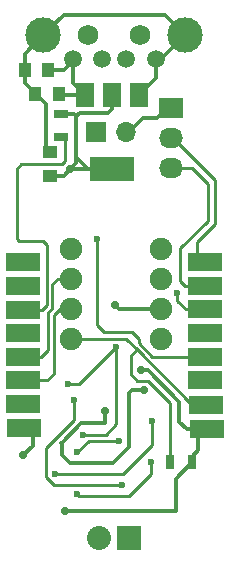
<source format=gbr>
G04 #@! TF.FileFunction,Copper,L1,Top,Signal*
%FSLAX46Y46*%
G04 Gerber Fmt 4.6, Leading zero omitted, Abs format (unit mm)*
G04 Created by KiCad (PCBNEW 4.0.4-stable) date 01/28/17 22:02:24*
%MOMM*%
%LPD*%
G01*
G04 APERTURE LIST*
%ADD10C,0.100000*%
%ADD11R,3.000000X1.500000*%
%ADD12C,1.905000*%
%ADD13R,0.700000X1.300000*%
%ADD14R,3.800000X2.000000*%
%ADD15R,1.500000X2.000000*%
%ADD16R,1.250000X1.000000*%
%ADD17R,1.000000X1.250000*%
%ADD18C,1.750000*%
%ADD19C,1.501140*%
%ADD20C,2.999740*%
%ADD21R,2.032000X1.727200*%
%ADD22O,2.032000X1.727200*%
%ADD23R,2.032000X2.032000*%
%ADD24O,2.032000X2.032000*%
%ADD25R,1.300000X0.700000*%
%ADD26R,1.700000X1.700000*%
%ADD27O,1.700000X1.700000*%
%ADD28C,0.700000*%
%ADD29C,0.600000*%
%ADD30C,0.350000*%
%ADD31C,0.300000*%
%ADD32C,0.250000*%
G04 APERTURE END LIST*
D10*
D11*
X158617000Y-90702400D03*
X158566200Y-88670400D03*
X158490000Y-86587600D03*
X158515400Y-84606400D03*
X158490000Y-82574400D03*
X158515400Y-80593200D03*
X158490000Y-78586600D03*
X143178900Y-90664300D03*
X143102700Y-88581500D03*
X143102700Y-86600300D03*
X143090000Y-84581000D03*
X143090000Y-82549000D03*
X143090000Y-80644000D03*
X143090000Y-78612000D03*
X143090000Y-76580000D03*
X158490000Y-76580000D03*
D12*
X154740000Y-75480000D03*
X154740000Y-78020000D03*
X154740000Y-80560000D03*
X154740000Y-83100000D03*
X147120000Y-83100000D03*
X147120000Y-80560000D03*
X147120000Y-78020000D03*
X147120000Y-75480000D03*
D13*
X155520000Y-93530000D03*
X157420000Y-93530000D03*
D14*
X150610000Y-68720000D03*
D15*
X150610000Y-62420000D03*
X148310000Y-62420000D03*
X152910000Y-62420000D03*
D16*
X145380000Y-69280000D03*
X145380000Y-67280000D03*
D17*
X145230000Y-60340000D03*
X143230000Y-60340000D03*
X146100000Y-62380000D03*
X144100000Y-62380000D03*
D18*
X148600000Y-57400000D03*
X153000000Y-57400000D03*
D19*
X154300000Y-59400000D03*
X151800000Y-59400000D03*
X149800000Y-59400000D03*
X147300000Y-59400000D03*
D20*
X156800000Y-57400000D03*
X144800000Y-57400000D03*
D21*
X155570000Y-63570000D03*
D22*
X155570000Y-66110000D03*
X155570000Y-68650000D03*
D23*
X152030000Y-99910000D03*
D24*
X149490000Y-99910000D03*
D25*
X146320000Y-65960000D03*
X146320000Y-64060000D03*
D26*
X149290000Y-65610000D03*
D27*
X151830000Y-65610000D03*
D28*
X150830000Y-80180000D03*
X150020000Y-89210000D03*
X153340000Y-87420000D03*
X146590000Y-97700000D03*
X153100000Y-85760000D03*
X143090000Y-92950000D03*
X147080000Y-68720000D03*
D29*
X147650000Y-92690000D03*
X151230000Y-91700000D03*
X156120000Y-79240000D03*
X149310000Y-74630000D03*
X151450000Y-95440000D03*
X147420000Y-88270000D03*
X148180000Y-91230000D03*
X146890000Y-86910000D03*
X150970000Y-83790000D03*
X153980000Y-90020000D03*
X145760000Y-94510000D03*
X153910000Y-93540000D03*
X147630000Y-96240000D03*
D30*
X151210000Y-80560000D02*
X154740000Y-80560000D01*
X150830000Y-80180000D02*
X151210000Y-80560000D01*
X150020000Y-89210000D02*
X150020000Y-90200000D01*
X150020000Y-90200000D02*
X148008530Y-90200000D01*
X148008530Y-90200000D02*
X148008530Y-90200001D01*
X148008530Y-90200001D02*
X146344633Y-91863898D01*
X146344633Y-91863898D02*
X146360000Y-91863898D01*
X152060000Y-88200000D02*
X152060000Y-87630000D01*
X147040000Y-93580000D02*
X146360000Y-92900000D01*
X148550000Y-93580000D02*
X147040000Y-93580000D01*
X152060000Y-88200000D02*
X152060000Y-92250000D01*
X152060000Y-92250000D02*
X150730000Y-93580000D01*
X150730000Y-93580000D02*
X148550000Y-93580000D01*
X146360000Y-92900000D02*
X146360000Y-91863898D01*
X146360000Y-91863898D02*
X146360000Y-91879265D01*
X152270000Y-87420000D02*
X153340000Y-87420000D01*
X152060000Y-87630000D02*
X152270000Y-87420000D01*
X146329265Y-91879265D02*
X146360000Y-91879265D01*
X146360000Y-91879265D02*
X146360000Y-91910000D01*
X156020000Y-94930000D02*
X157420000Y-93530000D01*
X156020000Y-95730000D02*
X156020000Y-94930000D01*
X156020000Y-97700000D02*
X156020000Y-95730000D01*
X146590000Y-97700000D02*
X156020000Y-97700000D01*
X151820000Y-65840000D02*
X151980000Y-65840000D01*
X151820000Y-65840000D02*
X153240000Y-64420000D01*
X153240000Y-64420000D02*
X154460000Y-64420000D01*
X154460000Y-64420000D02*
X155320000Y-63560000D01*
X145380000Y-67280000D02*
X145050000Y-66950000D01*
X145050000Y-66950000D02*
X145050000Y-63240000D01*
X145050000Y-63240000D02*
X144140000Y-62330000D01*
X157917000Y-90702400D02*
X156932400Y-90702400D01*
X156932400Y-90702400D02*
X156315735Y-90085735D01*
X153651470Y-85760000D02*
X153100000Y-85760000D01*
X156315735Y-88424265D02*
X153651470Y-85760000D01*
X156315735Y-90085735D02*
X156315735Y-88424265D01*
X157917000Y-90702400D02*
X157917000Y-92513000D01*
X157917000Y-92513000D02*
X157440000Y-92990000D01*
X144140000Y-62330000D02*
X143250000Y-61440000D01*
X143250000Y-61440000D02*
X143250000Y-60350000D01*
X143250000Y-60350000D02*
X143250000Y-58950000D01*
X143250000Y-58950000D02*
X144800000Y-57400000D01*
X152910000Y-62420000D02*
X154300000Y-61030000D01*
X154300000Y-61030000D02*
X154300000Y-59600000D01*
X154300000Y-59600000D02*
X154600000Y-59600000D01*
X154600000Y-59600000D02*
X156800000Y-57400000D01*
X144800000Y-57400000D02*
X146540000Y-55660000D01*
X155060000Y-55660000D02*
X156800000Y-57400000D01*
X146540000Y-55660000D02*
X155060000Y-55660000D01*
D31*
X154575000Y-59675000D02*
X154300000Y-59400000D01*
D30*
X143878900Y-92161100D02*
X143878900Y-90664300D01*
X143090000Y-92950000D02*
X143878900Y-92161100D01*
X145380000Y-69280000D02*
X146520000Y-69280000D01*
X146520000Y-69280000D02*
X147080000Y-68720000D01*
X146330000Y-64030000D02*
X147370000Y-64030000D01*
X147600000Y-64240000D02*
X147380000Y-64020000D01*
X147600000Y-64240000D02*
X147600000Y-64330000D01*
X147370000Y-64030000D02*
X147380000Y-64020000D01*
X147600000Y-64330000D02*
X147600000Y-64250000D01*
X150610000Y-63650000D02*
X150310000Y-63950000D01*
X150610000Y-63650000D02*
X150610000Y-62420000D01*
X147900000Y-63950000D02*
X150310000Y-63950000D01*
X147600000Y-64250000D02*
X147900000Y-63950000D01*
X147600000Y-64360000D02*
X147600000Y-64330000D01*
X147600000Y-67700000D02*
X147600000Y-64360000D01*
X147600000Y-67700000D02*
X147600000Y-68200000D01*
X147600000Y-68200000D02*
X147080000Y-68720000D01*
X148020000Y-68720000D02*
X147080000Y-68720000D01*
X148590000Y-68720000D02*
X148020000Y-68720000D01*
X147600000Y-67700000D02*
X147600000Y-67730000D01*
X147600000Y-67730000D02*
X148590000Y-68720000D01*
X148590000Y-68720000D02*
X150610000Y-68720000D01*
D32*
X155540000Y-92860000D02*
X155540000Y-93510000D01*
X155540000Y-93510000D02*
X155520000Y-93530000D01*
X147120000Y-83100000D02*
X151790000Y-83100000D01*
X151890000Y-83200000D02*
X151890000Y-83150000D01*
X151790000Y-83100000D02*
X151890000Y-83200000D01*
X155540000Y-92990000D02*
X155540000Y-92860000D01*
X155540000Y-92860000D02*
X155540000Y-88497060D01*
X152180000Y-84500000D02*
X152710000Y-83970000D01*
X152180000Y-86040000D02*
X152180000Y-84500000D01*
X152760000Y-86620000D02*
X152180000Y-86040000D01*
X153662940Y-86620000D02*
X152760000Y-86620000D01*
X155540000Y-88497060D02*
X153662940Y-86620000D01*
X157866200Y-88670400D02*
X157410400Y-88670400D01*
X157410400Y-88670400D02*
X152710000Y-83970000D01*
X152710000Y-83970000D02*
X151890000Y-83150000D01*
X155540000Y-92990000D02*
X155540000Y-93270000D01*
X147120000Y-80560000D02*
X146270000Y-80560000D01*
X146270000Y-80560000D02*
X146230000Y-80520000D01*
X146230000Y-80520000D02*
X147120000Y-80560000D01*
X143802700Y-86600300D02*
X145079700Y-86600300D01*
X145660000Y-81090000D02*
X146230000Y-80520000D01*
X145660000Y-86020000D02*
X145660000Y-81090000D01*
X145079700Y-86600300D02*
X145660000Y-86020000D01*
X147080000Y-77980000D02*
X146040000Y-77980000D01*
X145570002Y-78449998D02*
X146040000Y-77980000D01*
X145570002Y-80509998D02*
X145570002Y-78449998D01*
X145180000Y-80900000D02*
X145570002Y-80509998D01*
X145180000Y-83990000D02*
X145180000Y-80900000D01*
X145180000Y-83990000D02*
X144589000Y-84581000D01*
X147080000Y-77980000D02*
X147120000Y-78020000D01*
X143790000Y-84581000D02*
X144589000Y-84581000D01*
D30*
X148310000Y-62420000D02*
X146230000Y-62420000D01*
X146230000Y-62420000D02*
X146140000Y-62330000D01*
X147300000Y-59600000D02*
X147300000Y-61410000D01*
X147300000Y-61410000D02*
X148310000Y-62420000D01*
D31*
X145250000Y-60350000D02*
X146550000Y-60350000D01*
X146550000Y-60350000D02*
X147300000Y-59600000D01*
D32*
X148640000Y-91700000D02*
X147650000Y-92690000D01*
X151230000Y-91700000D02*
X148640000Y-91700000D01*
X157790000Y-76580000D02*
X157790000Y-74890000D01*
X159310000Y-69660000D02*
X155750000Y-66100000D01*
X159310000Y-73370000D02*
X159310000Y-69660000D01*
X157790000Y-74890000D02*
X159310000Y-73370000D01*
X155750000Y-66100000D02*
X155320000Y-66100000D01*
X158720000Y-70000000D02*
X158720000Y-69980000D01*
X156786600Y-78586600D02*
X156390000Y-78190000D01*
X156390000Y-78190000D02*
X156390000Y-75400000D01*
X156390000Y-75400000D02*
X158720000Y-73070000D01*
X158720000Y-73070000D02*
X158720000Y-70000000D01*
X157790000Y-78586600D02*
X156786600Y-78586600D01*
X157380000Y-68640000D02*
X155320000Y-68640000D01*
X158720000Y-69980000D02*
X157380000Y-68640000D01*
X157815400Y-80593200D02*
X156843200Y-80593200D01*
X156120000Y-79870000D02*
X156120000Y-79240000D01*
X156843200Y-80593200D02*
X156120000Y-79870000D01*
X142550000Y-68680000D02*
X142940000Y-68290000D01*
X142550000Y-69590000D02*
X142550000Y-68680000D01*
X146630000Y-68050000D02*
X146630000Y-66230000D01*
X146390000Y-68290000D02*
X146630000Y-68050000D01*
X142940000Y-68290000D02*
X146390000Y-68290000D01*
X146630000Y-66230000D02*
X146330000Y-65930000D01*
X145120000Y-75500000D02*
X145120000Y-75120000D01*
X144696000Y-80644000D02*
X145120000Y-80220000D01*
X145120000Y-80220000D02*
X145120000Y-75500000D01*
X143790000Y-80644000D02*
X144696000Y-80644000D01*
X144240000Y-74790000D02*
X144240000Y-74800000D01*
X144790000Y-74790000D02*
X144240000Y-74790000D01*
X145120000Y-75120000D02*
X144790000Y-74790000D01*
X144380000Y-74800000D02*
X144240000Y-74800000D01*
X144240000Y-74800000D02*
X142730000Y-74800000D01*
X142550000Y-74620000D02*
X142550000Y-69590000D01*
X142550000Y-69590000D02*
X142550000Y-69560000D01*
X142730000Y-74800000D02*
X142550000Y-74620000D01*
X143790000Y-80644000D02*
X144406000Y-80644000D01*
X152860000Y-83080000D02*
X152320000Y-82540000D01*
X149310000Y-79530000D02*
X149310000Y-74630000D01*
X154016400Y-84606400D02*
X152860000Y-83450000D01*
X152860000Y-83450000D02*
X152860000Y-83080000D01*
X154316400Y-84606400D02*
X157815400Y-84606400D01*
X154316400Y-84606400D02*
X154016400Y-84606400D01*
X149310000Y-81920000D02*
X149310000Y-79530000D01*
X149930000Y-82540000D02*
X149310000Y-81920000D01*
X152320000Y-82540000D02*
X149930000Y-82540000D01*
X146120000Y-91240000D02*
X147420000Y-89940000D01*
X146120000Y-91240000D02*
X145010000Y-92350000D01*
X145010000Y-93870000D02*
X145010000Y-94790000D01*
X145010000Y-94790000D02*
X145660000Y-95440000D01*
X145660000Y-95440000D02*
X151450000Y-95440000D01*
X145010000Y-92350000D02*
X145010000Y-93870000D01*
X147420000Y-89940000D02*
X147420000Y-88270000D01*
X148180000Y-91230000D02*
X150050000Y-91230000D01*
X150050000Y-91230000D02*
X150070000Y-91210000D01*
X150970000Y-90310000D02*
X150970000Y-83790000D01*
X150070000Y-91210000D02*
X150970000Y-90310000D01*
X147850000Y-86910000D02*
X150970000Y-83790000D01*
X146890000Y-86910000D02*
X147850000Y-86910000D01*
X153980000Y-90720000D02*
X153980000Y-90020000D01*
X153980000Y-92070000D02*
X153980000Y-90720000D01*
X151540000Y-94510000D02*
X153980000Y-92070000D01*
X151540000Y-94510000D02*
X150160000Y-94510000D01*
X146330000Y-94510000D02*
X150160000Y-94510000D01*
X145760000Y-94510000D02*
X146330000Y-94510000D01*
X150160000Y-94510000D02*
X150190000Y-94510000D01*
X153340000Y-95090000D02*
X153910000Y-94520000D01*
X153910000Y-94520000D02*
X153910000Y-93540000D01*
X152040000Y-96390000D02*
X153340000Y-95090000D01*
X147780000Y-96390000D02*
X152040000Y-96390000D01*
X147630000Y-96240000D02*
X147780000Y-96390000D01*
M02*

</source>
